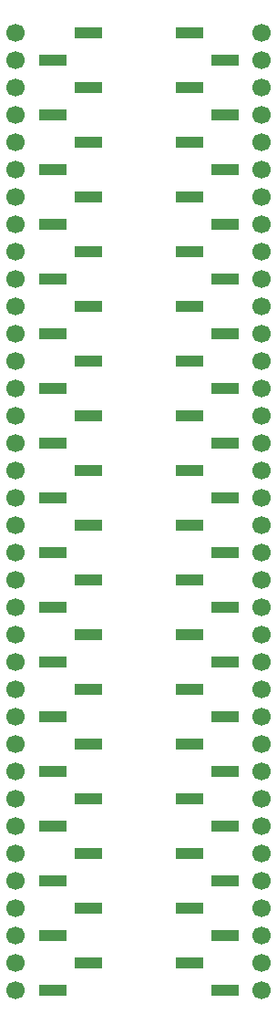
<source format=gbs>
G04 #@! TF.GenerationSoftware,KiCad,Pcbnew,9.0.6*
G04 #@! TF.CreationDate,2026-01-02T14:08:44-06:00*
G04 #@! TF.ProjectId,QFN-68_8x8,51464e2d-3638-45f3-9878-382e6b696361,rev?*
G04 #@! TF.SameCoordinates,Original*
G04 #@! TF.FileFunction,Soldermask,Bot*
G04 #@! TF.FilePolarity,Negative*
%FSLAX46Y46*%
G04 Gerber Fmt 4.6, Leading zero omitted, Abs format (unit mm)*
G04 Created by KiCad (PCBNEW 9.0.6) date 2026-01-02 14:08:44*
%MOMM*%
%LPD*%
G01*
G04 APERTURE LIST*
%ADD10R,2.510000X1.000000*%
%ADD11C,1.700000*%
G04 APERTURE END LIST*
D10*
X146435000Y-165100000D03*
X143125000Y-162560000D03*
X146435000Y-160020000D03*
X143125000Y-157480000D03*
X146435000Y-154940000D03*
X143125000Y-152400000D03*
X146435000Y-149860000D03*
X143125000Y-147320000D03*
X146435000Y-144780000D03*
X143125000Y-142240000D03*
X146435000Y-139700000D03*
X143125000Y-137160000D03*
X146435000Y-134620000D03*
X143125000Y-132080000D03*
X146435000Y-129540000D03*
X143125000Y-127000000D03*
X146435000Y-124460000D03*
X143125000Y-121920000D03*
X146435000Y-119380000D03*
X143125000Y-116840000D03*
X146435000Y-114300000D03*
X143125000Y-111760000D03*
X146435000Y-109220000D03*
X143125000Y-106680000D03*
X146435000Y-104140000D03*
X143125000Y-101600000D03*
X146435000Y-99060000D03*
X143125000Y-96520000D03*
X146435000Y-93980000D03*
X143125000Y-91440000D03*
X146435000Y-88900000D03*
X143125000Y-86360000D03*
X146435000Y-83820000D03*
X143125000Y-81280000D03*
X146435000Y-78740000D03*
X143125000Y-76200000D03*
X130425000Y-165100000D03*
X133735000Y-162560000D03*
X130425000Y-160020000D03*
X133735000Y-157480000D03*
X130425000Y-154940000D03*
X133735000Y-152400000D03*
X130425000Y-149860000D03*
X133735000Y-147320000D03*
X130425000Y-144780000D03*
X133735000Y-142240000D03*
X130425000Y-139700000D03*
X133735000Y-137160000D03*
X130425000Y-134620000D03*
X133735000Y-132080000D03*
X130425000Y-129540000D03*
X133735000Y-127000000D03*
X130425000Y-124460000D03*
X133735000Y-121920000D03*
X130425000Y-119380000D03*
X133735000Y-116840000D03*
X130425000Y-114300000D03*
X133735000Y-111760000D03*
X130425000Y-109220000D03*
X133735000Y-106680000D03*
X130425000Y-104140000D03*
X133735000Y-101600000D03*
X130425000Y-99060000D03*
X133735000Y-96520000D03*
X130425000Y-93980000D03*
X133735000Y-91440000D03*
X130425000Y-88900000D03*
X133735000Y-86360000D03*
X130425000Y-83820000D03*
X133735000Y-81280000D03*
X130425000Y-78740000D03*
X133735000Y-76200000D03*
D11*
X127000000Y-76200000D03*
X127000000Y-78740000D03*
X127000000Y-81280000D03*
X127000000Y-83820000D03*
X127000000Y-86360000D03*
X127000000Y-88900000D03*
X127000000Y-91440000D03*
X127000000Y-93980000D03*
X127000000Y-96520000D03*
X127000000Y-99060000D03*
X127000000Y-101600000D03*
X127000000Y-104140000D03*
X127000000Y-106680000D03*
X127000000Y-109220000D03*
X127000000Y-111760000D03*
X127000000Y-114300000D03*
X127000000Y-116840000D03*
X127000000Y-119380000D03*
X127000000Y-121920000D03*
X127000000Y-124460000D03*
X127000000Y-127000000D03*
X127000000Y-129540000D03*
X127000000Y-132080000D03*
X127000000Y-134620000D03*
X127000000Y-137160000D03*
X127000000Y-139700000D03*
X127000000Y-142240000D03*
X127000000Y-144780000D03*
X127000000Y-147320000D03*
X127000000Y-149860000D03*
X127000000Y-152400000D03*
X127000000Y-154940000D03*
X127000000Y-157480000D03*
X127000000Y-160020000D03*
X127000000Y-162560000D03*
X127000000Y-165100000D03*
X149860000Y-76200000D03*
X149860000Y-78740000D03*
X149860000Y-81280000D03*
X149860000Y-83820000D03*
X149860000Y-86360000D03*
X149860000Y-88900000D03*
X149860000Y-91440000D03*
X149860000Y-93980000D03*
X149860000Y-96520000D03*
X149860000Y-99060000D03*
X149860000Y-101600000D03*
X149860000Y-104140000D03*
X149860000Y-106680000D03*
X149860000Y-109220000D03*
X149860000Y-111760000D03*
X149860000Y-114300000D03*
X149860000Y-116840000D03*
X149860000Y-119380000D03*
X149860000Y-121920000D03*
X149860000Y-124460000D03*
X149860000Y-127000000D03*
X149860000Y-129540000D03*
X149860000Y-132080000D03*
X149860000Y-134620000D03*
X149860000Y-137160000D03*
X149860000Y-139700000D03*
X149860000Y-142240000D03*
X149860000Y-144780000D03*
X149860000Y-147320000D03*
X149860000Y-149860000D03*
X149860000Y-152400000D03*
X149860000Y-154940000D03*
X149860000Y-157480000D03*
X149860000Y-160020000D03*
X149860000Y-162560000D03*
X149860000Y-165100000D03*
M02*

</source>
